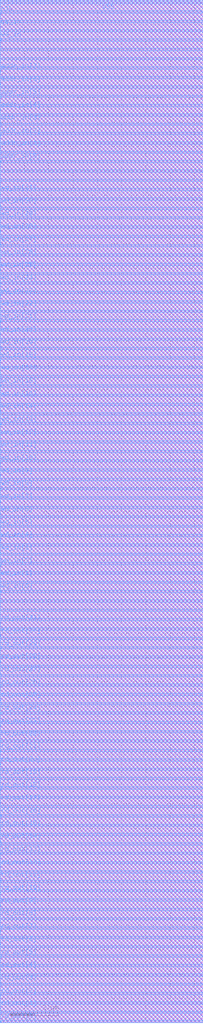
<source format=lef>
# Generated by FakeRAM 2.0
VERSION 5.7 ;
BUSBITCHARS "[]" ;
PROPERTYDEFINITIONS
  MACRO width INTEGER ;
  MACRO depth INTEGER ;
  MACRO banks INTEGER ;
END PROPERTYDEFINITIONS
MACRO fakeram7_256x32_bottom
  PROPERTY width 32 ;
  PROPERTY depth 256 ;
  PROPERTY banks 2 ;
  FOREIGN fakeram7_256x32_bottom 0 0 ;
  SYMMETRY X Y R90 ;
  SIZE 8.360 BY 42.000 ;
  CLASS BLOCK ;
  PIN rd_out[0]
    DIRECTION OUTPUT ;
    USE SIGNAL ;
    SHAPE ABUTMENT ;
    PORT
      LAYER M4 ;
      RECT 0.000 0.048 0.024 0.072 ;
    END
  END rd_out[0]
  PIN rd_out[1]
    DIRECTION OUTPUT ;
    USE SIGNAL ;
    SHAPE ABUTMENT ;
    PORT
      LAYER M4 ;
      RECT 0.000 0.576 0.024 0.600 ;
    END
  END rd_out[1]
  PIN rd_out[2]
    DIRECTION OUTPUT ;
    USE SIGNAL ;
    SHAPE ABUTMENT ;
    PORT
      LAYER M4 ;
      RECT 0.000 1.104 0.024 1.128 ;
    END
  END rd_out[2]
  PIN rd_out[3]
    DIRECTION OUTPUT ;
    USE SIGNAL ;
    SHAPE ABUTMENT ;
    PORT
      LAYER M4 ;
      RECT 0.000 1.632 0.024 1.656 ;
    END
  END rd_out[3]
  PIN rd_out[4]
    DIRECTION OUTPUT ;
    USE SIGNAL ;
    SHAPE ABUTMENT ;
    PORT
      LAYER M4 ;
      RECT 0.000 2.160 0.024 2.184 ;
    END
  END rd_out[4]
  PIN rd_out[5]
    DIRECTION OUTPUT ;
    USE SIGNAL ;
    SHAPE ABUTMENT ;
    PORT
      LAYER M4 ;
      RECT 0.000 2.688 0.024 2.712 ;
    END
  END rd_out[5]
  PIN rd_out[6]
    DIRECTION OUTPUT ;
    USE SIGNAL ;
    SHAPE ABUTMENT ;
    PORT
      LAYER M4 ;
      RECT 0.000 3.216 0.024 3.240 ;
    END
  END rd_out[6]
  PIN rd_out[7]
    DIRECTION OUTPUT ;
    USE SIGNAL ;
    SHAPE ABUTMENT ;
    PORT
      LAYER M4 ;
      RECT 0.000 3.744 0.024 3.768 ;
    END
  END rd_out[7]
  PIN rd_out[8]
    DIRECTION OUTPUT ;
    USE SIGNAL ;
    SHAPE ABUTMENT ;
    PORT
      LAYER M4 ;
      RECT 0.000 4.272 0.024 4.296 ;
    END
  END rd_out[8]
  PIN rd_out[9]
    DIRECTION OUTPUT ;
    USE SIGNAL ;
    SHAPE ABUTMENT ;
    PORT
      LAYER M4 ;
      RECT 0.000 4.800 0.024 4.824 ;
    END
  END rd_out[9]
  PIN rd_out[10]
    DIRECTION OUTPUT ;
    USE SIGNAL ;
    SHAPE ABUTMENT ;
    PORT
      LAYER M4 ;
      RECT 0.000 5.328 0.024 5.352 ;
    END
  END rd_out[10]
  PIN rd_out[11]
    DIRECTION OUTPUT ;
    USE SIGNAL ;
    SHAPE ABUTMENT ;
    PORT
      LAYER M4 ;
      RECT 0.000 5.856 0.024 5.880 ;
    END
  END rd_out[11]
  PIN rd_out[12]
    DIRECTION OUTPUT ;
    USE SIGNAL ;
    SHAPE ABUTMENT ;
    PORT
      LAYER M4 ;
      RECT 0.000 6.384 0.024 6.408 ;
    END
  END rd_out[12]
  PIN rd_out[13]
    DIRECTION OUTPUT ;
    USE SIGNAL ;
    SHAPE ABUTMENT ;
    PORT
      LAYER M4 ;
      RECT 0.000 6.912 0.024 6.936 ;
    END
  END rd_out[13]
  PIN rd_out[14]
    DIRECTION OUTPUT ;
    USE SIGNAL ;
    SHAPE ABUTMENT ;
    PORT
      LAYER M4 ;
      RECT 0.000 7.440 0.024 7.464 ;
    END
  END rd_out[14]
  PIN rd_out[15]
    DIRECTION OUTPUT ;
    USE SIGNAL ;
    SHAPE ABUTMENT ;
    PORT
      LAYER M4 ;
      RECT 0.000 7.968 0.024 7.992 ;
    END
  END rd_out[15]
  PIN rd_out[16]
    DIRECTION OUTPUT ;
    USE SIGNAL ;
    SHAPE ABUTMENT ;
    PORT
      LAYER M4 ;
      RECT 0.000 8.496 0.024 8.520 ;
    END
  END rd_out[16]
  PIN rd_out[17]
    DIRECTION OUTPUT ;
    USE SIGNAL ;
    SHAPE ABUTMENT ;
    PORT
      LAYER M4 ;
      RECT 0.000 9.024 0.024 9.048 ;
    END
  END rd_out[17]
  PIN rd_out[18]
    DIRECTION OUTPUT ;
    USE SIGNAL ;
    SHAPE ABUTMENT ;
    PORT
      LAYER M4 ;
      RECT 0.000 9.552 0.024 9.576 ;
    END
  END rd_out[18]
  PIN rd_out[19]
    DIRECTION OUTPUT ;
    USE SIGNAL ;
    SHAPE ABUTMENT ;
    PORT
      LAYER M4 ;
      RECT 0.000 10.080 0.024 10.104 ;
    END
  END rd_out[19]
  PIN rd_out[20]
    DIRECTION OUTPUT ;
    USE SIGNAL ;
    SHAPE ABUTMENT ;
    PORT
      LAYER M4 ;
      RECT 0.000 10.608 0.024 10.632 ;
    END
  END rd_out[20]
  PIN rd_out[21]
    DIRECTION OUTPUT ;
    USE SIGNAL ;
    SHAPE ABUTMENT ;
    PORT
      LAYER M4 ;
      RECT 0.000 11.136 0.024 11.160 ;
    END
  END rd_out[21]
  PIN rd_out[22]
    DIRECTION OUTPUT ;
    USE SIGNAL ;
    SHAPE ABUTMENT ;
    PORT
      LAYER M4 ;
      RECT 0.000 11.664 0.024 11.688 ;
    END
  END rd_out[22]
  PIN rd_out[23]
    DIRECTION OUTPUT ;
    USE SIGNAL ;
    SHAPE ABUTMENT ;
    PORT
      LAYER M4 ;
      RECT 0.000 12.192 0.024 12.216 ;
    END
  END rd_out[23]
  PIN rd_out[24]
    DIRECTION OUTPUT ;
    USE SIGNAL ;
    SHAPE ABUTMENT ;
    PORT
      LAYER M4 ;
      RECT 0.000 12.720 0.024 12.744 ;
    END
  END rd_out[24]
  PIN rd_out[25]
    DIRECTION OUTPUT ;
    USE SIGNAL ;
    SHAPE ABUTMENT ;
    PORT
      LAYER M4 ;
      RECT 0.000 13.248 0.024 13.272 ;
    END
  END rd_out[25]
  PIN rd_out[26]
    DIRECTION OUTPUT ;
    USE SIGNAL ;
    SHAPE ABUTMENT ;
    PORT
      LAYER M4 ;
      RECT 0.000 13.776 0.024 13.800 ;
    END
  END rd_out[26]
  PIN rd_out[27]
    DIRECTION OUTPUT ;
    USE SIGNAL ;
    SHAPE ABUTMENT ;
    PORT
      LAYER M4 ;
      RECT 0.000 14.304 0.024 14.328 ;
    END
  END rd_out[27]
  PIN rd_out[28]
    DIRECTION OUTPUT ;
    USE SIGNAL ;
    SHAPE ABUTMENT ;
    PORT
      LAYER M4 ;
      RECT 0.000 14.832 0.024 14.856 ;
    END
  END rd_out[28]
  PIN rd_out[29]
    DIRECTION OUTPUT ;
    USE SIGNAL ;
    SHAPE ABUTMENT ;
    PORT
      LAYER M4 ;
      RECT 0.000 15.360 0.024 15.384 ;
    END
  END rd_out[29]
  PIN rd_out[30]
    DIRECTION OUTPUT ;
    USE SIGNAL ;
    SHAPE ABUTMENT ;
    PORT
      LAYER M4 ;
      RECT 0.000 15.888 0.024 15.912 ;
    END
  END rd_out[30]
  PIN rd_out[31]
    DIRECTION OUTPUT ;
    USE SIGNAL ;
    SHAPE ABUTMENT ;
    PORT
      LAYER M4 ;
      RECT 0.000 16.416 0.024 16.440 ;
    END
  END rd_out[31]
  PIN wd_in[0]
    DIRECTION INPUT ;
    USE SIGNAL ;
    SHAPE ABUTMENT ;
    PORT
      LAYER M4 ;
      RECT 0.000 17.712 0.024 17.736 ;
    END
  END wd_in[0]
  PIN wd_in[1]
    DIRECTION INPUT ;
    USE SIGNAL ;
    SHAPE ABUTMENT ;
    PORT
      LAYER M4 ;
      RECT 0.000 18.240 0.024 18.264 ;
    END
  END wd_in[1]
  PIN wd_in[2]
    DIRECTION INPUT ;
    USE SIGNAL ;
    SHAPE ABUTMENT ;
    PORT
      LAYER M4 ;
      RECT 0.000 18.768 0.024 18.792 ;
    END
  END wd_in[2]
  PIN wd_in[3]
    DIRECTION INPUT ;
    USE SIGNAL ;
    SHAPE ABUTMENT ;
    PORT
      LAYER M4 ;
      RECT 0.000 19.296 0.024 19.320 ;
    END
  END wd_in[3]
  PIN wd_in[4]
    DIRECTION INPUT ;
    USE SIGNAL ;
    SHAPE ABUTMENT ;
    PORT
      LAYER M4 ;
      RECT 0.000 19.824 0.024 19.848 ;
    END
  END wd_in[4]
  PIN wd_in[5]
    DIRECTION INPUT ;
    USE SIGNAL ;
    SHAPE ABUTMENT ;
    PORT
      LAYER M4 ;
      RECT 0.000 20.352 0.024 20.376 ;
    END
  END wd_in[5]
  PIN wd_in[6]
    DIRECTION INPUT ;
    USE SIGNAL ;
    SHAPE ABUTMENT ;
    PORT
      LAYER M4 ;
      RECT 0.000 20.880 0.024 20.904 ;
    END
  END wd_in[6]
  PIN wd_in[7]
    DIRECTION INPUT ;
    USE SIGNAL ;
    SHAPE ABUTMENT ;
    PORT
      LAYER M4 ;
      RECT 0.000 21.408 0.024 21.432 ;
    END
  END wd_in[7]
  PIN wd_in[8]
    DIRECTION INPUT ;
    USE SIGNAL ;
    SHAPE ABUTMENT ;
    PORT
      LAYER M4 ;
      RECT 0.000 21.936 0.024 21.960 ;
    END
  END wd_in[8]
  PIN wd_in[9]
    DIRECTION INPUT ;
    USE SIGNAL ;
    SHAPE ABUTMENT ;
    PORT
      LAYER M4 ;
      RECT 0.000 22.464 0.024 22.488 ;
    END
  END wd_in[9]
  PIN wd_in[10]
    DIRECTION INPUT ;
    USE SIGNAL ;
    SHAPE ABUTMENT ;
    PORT
      LAYER M4 ;
      RECT 0.000 22.992 0.024 23.016 ;
    END
  END wd_in[10]
  PIN wd_in[11]
    DIRECTION INPUT ;
    USE SIGNAL ;
    SHAPE ABUTMENT ;
    PORT
      LAYER M4 ;
      RECT 0.000 23.520 0.024 23.544 ;
    END
  END wd_in[11]
  PIN wd_in[12]
    DIRECTION INPUT ;
    USE SIGNAL ;
    SHAPE ABUTMENT ;
    PORT
      LAYER M4 ;
      RECT 0.000 24.048 0.024 24.072 ;
    END
  END wd_in[12]
  PIN wd_in[13]
    DIRECTION INPUT ;
    USE SIGNAL ;
    SHAPE ABUTMENT ;
    PORT
      LAYER M4 ;
      RECT 0.000 24.576 0.024 24.600 ;
    END
  END wd_in[13]
  PIN wd_in[14]
    DIRECTION INPUT ;
    USE SIGNAL ;
    SHAPE ABUTMENT ;
    PORT
      LAYER M4 ;
      RECT 0.000 25.104 0.024 25.128 ;
    END
  END wd_in[14]
  PIN wd_in[15]
    DIRECTION INPUT ;
    USE SIGNAL ;
    SHAPE ABUTMENT ;
    PORT
      LAYER M4 ;
      RECT 0.000 25.632 0.024 25.656 ;
    END
  END wd_in[15]
  PIN wd_in[16]
    DIRECTION INPUT ;
    USE SIGNAL ;
    SHAPE ABUTMENT ;
    PORT
      LAYER M4 ;
      RECT 0.000 26.160 0.024 26.184 ;
    END
  END wd_in[16]
  PIN wd_in[17]
    DIRECTION INPUT ;
    USE SIGNAL ;
    SHAPE ABUTMENT ;
    PORT
      LAYER M4 ;
      RECT 0.000 26.688 0.024 26.712 ;
    END
  END wd_in[17]
  PIN wd_in[18]
    DIRECTION INPUT ;
    USE SIGNAL ;
    SHAPE ABUTMENT ;
    PORT
      LAYER M4 ;
      RECT 0.000 27.216 0.024 27.240 ;
    END
  END wd_in[18]
  PIN wd_in[19]
    DIRECTION INPUT ;
    USE SIGNAL ;
    SHAPE ABUTMENT ;
    PORT
      LAYER M4 ;
      RECT 0.000 27.744 0.024 27.768 ;
    END
  END wd_in[19]
  PIN wd_in[20]
    DIRECTION INPUT ;
    USE SIGNAL ;
    SHAPE ABUTMENT ;
    PORT
      LAYER M4 ;
      RECT 0.000 28.272 0.024 28.296 ;
    END
  END wd_in[20]
  PIN wd_in[21]
    DIRECTION INPUT ;
    USE SIGNAL ;
    SHAPE ABUTMENT ;
    PORT
      LAYER M4 ;
      RECT 0.000 28.800 0.024 28.824 ;
    END
  END wd_in[21]
  PIN wd_in[22]
    DIRECTION INPUT ;
    USE SIGNAL ;
    SHAPE ABUTMENT ;
    PORT
      LAYER M4 ;
      RECT 0.000 29.328 0.024 29.352 ;
    END
  END wd_in[22]
  PIN wd_in[23]
    DIRECTION INPUT ;
    USE SIGNAL ;
    SHAPE ABUTMENT ;
    PORT
      LAYER M4 ;
      RECT 0.000 29.856 0.024 29.880 ;
    END
  END wd_in[23]
  PIN wd_in[24]
    DIRECTION INPUT ;
    USE SIGNAL ;
    SHAPE ABUTMENT ;
    PORT
      LAYER M4 ;
      RECT 0.000 30.384 0.024 30.408 ;
    END
  END wd_in[24]
  PIN wd_in[25]
    DIRECTION INPUT ;
    USE SIGNAL ;
    SHAPE ABUTMENT ;
    PORT
      LAYER M4 ;
      RECT 0.000 30.912 0.024 30.936 ;
    END
  END wd_in[25]
  PIN wd_in[26]
    DIRECTION INPUT ;
    USE SIGNAL ;
    SHAPE ABUTMENT ;
    PORT
      LAYER M4 ;
      RECT 0.000 31.440 0.024 31.464 ;
    END
  END wd_in[26]
  PIN wd_in[27]
    DIRECTION INPUT ;
    USE SIGNAL ;
    SHAPE ABUTMENT ;
    PORT
      LAYER M4 ;
      RECT 0.000 31.968 0.024 31.992 ;
    END
  END wd_in[27]
  PIN wd_in[28]
    DIRECTION INPUT ;
    USE SIGNAL ;
    SHAPE ABUTMENT ;
    PORT
      LAYER M4 ;
      RECT 0.000 32.496 0.024 32.520 ;
    END
  END wd_in[28]
  PIN wd_in[29]
    DIRECTION INPUT ;
    USE SIGNAL ;
    SHAPE ABUTMENT ;
    PORT
      LAYER M4 ;
      RECT 0.000 33.024 0.024 33.048 ;
    END
  END wd_in[29]
  PIN wd_in[30]
    DIRECTION INPUT ;
    USE SIGNAL ;
    SHAPE ABUTMENT ;
    PORT
      LAYER M4 ;
      RECT 0.000 33.552 0.024 33.576 ;
    END
  END wd_in[30]
  PIN wd_in[31]
    DIRECTION INPUT ;
    USE SIGNAL ;
    SHAPE ABUTMENT ;
    PORT
      LAYER M4 ;
      RECT 0.000 34.080 0.024 34.104 ;
    END
  END wd_in[31]
  PIN addr_in[0]
    DIRECTION INPUT ;
    USE SIGNAL ;
    SHAPE ABUTMENT ;
    PORT
      LAYER M4 ;
      RECT 0.000 35.376 0.024 35.400 ;
    END
  END addr_in[0]
  PIN addr_in[1]
    DIRECTION INPUT ;
    USE SIGNAL ;
    SHAPE ABUTMENT ;
    PORT
      LAYER M4 ;
      RECT 0.000 35.904 0.024 35.928 ;
    END
  END addr_in[1]
  PIN addr_in[2]
    DIRECTION INPUT ;
    USE SIGNAL ;
    SHAPE ABUTMENT ;
    PORT
      LAYER M4 ;
      RECT 0.000 36.432 0.024 36.456 ;
    END
  END addr_in[2]
  PIN addr_in[3]
    DIRECTION INPUT ;
    USE SIGNAL ;
    SHAPE ABUTMENT ;
    PORT
      LAYER M4 ;
      RECT 0.000 36.960 0.024 36.984 ;
    END
  END addr_in[3]
  PIN addr_in[4]
    DIRECTION INPUT ;
    USE SIGNAL ;
    SHAPE ABUTMENT ;
    PORT
      LAYER M4 ;
      RECT 0.000 37.488 0.024 37.512 ;
    END
  END addr_in[4]
  PIN addr_in[5]
    DIRECTION INPUT ;
    USE SIGNAL ;
    SHAPE ABUTMENT ;
    PORT
      LAYER M4 ;
      RECT 0.000 38.016 0.024 38.040 ;
    END
  END addr_in[5]
  PIN addr_in[6]
    DIRECTION INPUT ;
    USE SIGNAL ;
    SHAPE ABUTMENT ;
    PORT
      LAYER M4 ;
      RECT 0.000 38.544 0.024 38.568 ;
    END
  END addr_in[6]
  PIN addr_in[7]
    DIRECTION INPUT ;
    USE SIGNAL ;
    SHAPE ABUTMENT ;
    PORT
      LAYER M4 ;
      RECT 0.000 39.072 0.024 39.096 ;
    END
  END addr_in[7]
  PIN we_in
    DIRECTION INPUT ;
    USE SIGNAL ;
    SHAPE ABUTMENT ;
    PORT
      LAYER M4 ;
      RECT 0.000 40.368 0.024 40.392 ;
    END
  END we_in
  PIN ce_in
    DIRECTION INPUT ;
    USE SIGNAL ;
    SHAPE ABUTMENT ;
    PORT
      LAYER M4 ;
      RECT 0.000 40.896 0.024 40.920 ;
    END
  END ce_in
  PIN clk
    DIRECTION INPUT ;
    USE SIGNAL ;
    SHAPE ABUTMENT ;
    PORT
      LAYER M4 ;
      RECT 0.000 41.424 0.024 41.448 ;
    END
  END clk
  PIN VSS
    DIRECTION INOUT ;
    USE GROUND ;
    PORT
      LAYER M4 ;
      RECT 0.048 0.000 8.312 0.096 ;
      RECT 0.048 0.768 8.312 0.864 ;
      RECT 0.048 1.536 8.312 1.632 ;
      RECT 0.048 2.304 8.312 2.400 ;
      RECT 0.048 3.072 8.312 3.168 ;
      RECT 0.048 3.840 8.312 3.936 ;
      RECT 0.048 4.608 8.312 4.704 ;
      RECT 0.048 5.376 8.312 5.472 ;
      RECT 0.048 6.144 8.312 6.240 ;
      RECT 0.048 6.912 8.312 7.008 ;
      RECT 0.048 7.680 8.312 7.776 ;
      RECT 0.048 8.448 8.312 8.544 ;
      RECT 0.048 9.216 8.312 9.312 ;
      RECT 0.048 9.984 8.312 10.080 ;
      RECT 0.048 10.752 8.312 10.848 ;
      RECT 0.048 11.520 8.312 11.616 ;
      RECT 0.048 12.288 8.312 12.384 ;
      RECT 0.048 13.056 8.312 13.152 ;
      RECT 0.048 13.824 8.312 13.920 ;
      RECT 0.048 14.592 8.312 14.688 ;
      RECT 0.048 15.360 8.312 15.456 ;
      RECT 0.048 16.128 8.312 16.224 ;
      RECT 0.048 16.896 8.312 16.992 ;
      RECT 0.048 17.664 8.312 17.760 ;
      RECT 0.048 18.432 8.312 18.528 ;
      RECT 0.048 19.200 8.312 19.296 ;
      RECT 0.048 19.968 8.312 20.064 ;
      RECT 0.048 20.736 8.312 20.832 ;
      RECT 0.048 21.504 8.312 21.600 ;
      RECT 0.048 22.272 8.312 22.368 ;
      RECT 0.048 23.040 8.312 23.136 ;
      RECT 0.048 23.808 8.312 23.904 ;
      RECT 0.048 24.576 8.312 24.672 ;
      RECT 0.048 25.344 8.312 25.440 ;
      RECT 0.048 26.112 8.312 26.208 ;
      RECT 0.048 26.880 8.312 26.976 ;
      RECT 0.048 27.648 8.312 27.744 ;
      RECT 0.048 28.416 8.312 28.512 ;
      RECT 0.048 29.184 8.312 29.280 ;
      RECT 0.048 29.952 8.312 30.048 ;
      RECT 0.048 30.720 8.312 30.816 ;
      RECT 0.048 31.488 8.312 31.584 ;
      RECT 0.048 32.256 8.312 32.352 ;
      RECT 0.048 33.024 8.312 33.120 ;
      RECT 0.048 33.792 8.312 33.888 ;
      RECT 0.048 34.560 8.312 34.656 ;
      RECT 0.048 35.328 8.312 35.424 ;
      RECT 0.048 36.096 8.312 36.192 ;
      RECT 0.048 36.864 8.312 36.960 ;
      RECT 0.048 37.632 8.312 37.728 ;
      RECT 0.048 38.400 8.312 38.496 ;
      RECT 0.048 39.168 8.312 39.264 ;
      RECT 0.048 39.936 8.312 40.032 ;
      RECT 0.048 40.704 8.312 40.800 ;
      RECT 0.048 41.472 8.312 41.568 ;
    END
  END VSS
  PIN VDD
    DIRECTION INOUT ;
    USE POWER ;
    PORT
      LAYER M4 ;
      RECT 0.048 0.384 8.312 0.480 ;
      RECT 0.048 1.152 8.312 1.248 ;
      RECT 0.048 1.920 8.312 2.016 ;
      RECT 0.048 2.688 8.312 2.784 ;
      RECT 0.048 3.456 8.312 3.552 ;
      RECT 0.048 4.224 8.312 4.320 ;
      RECT 0.048 4.992 8.312 5.088 ;
      RECT 0.048 5.760 8.312 5.856 ;
      RECT 0.048 6.528 8.312 6.624 ;
      RECT 0.048 7.296 8.312 7.392 ;
      RECT 0.048 8.064 8.312 8.160 ;
      RECT 0.048 8.832 8.312 8.928 ;
      RECT 0.048 9.600 8.312 9.696 ;
      RECT 0.048 10.368 8.312 10.464 ;
      RECT 0.048 11.136 8.312 11.232 ;
      RECT 0.048 11.904 8.312 12.000 ;
      RECT 0.048 12.672 8.312 12.768 ;
      RECT 0.048 13.440 8.312 13.536 ;
      RECT 0.048 14.208 8.312 14.304 ;
      RECT 0.048 14.976 8.312 15.072 ;
      RECT 0.048 15.744 8.312 15.840 ;
      RECT 0.048 16.512 8.312 16.608 ;
      RECT 0.048 17.280 8.312 17.376 ;
      RECT 0.048 18.048 8.312 18.144 ;
      RECT 0.048 18.816 8.312 18.912 ;
      RECT 0.048 19.584 8.312 19.680 ;
      RECT 0.048 20.352 8.312 20.448 ;
      RECT 0.048 21.120 8.312 21.216 ;
      RECT 0.048 21.888 8.312 21.984 ;
      RECT 0.048 22.656 8.312 22.752 ;
      RECT 0.048 23.424 8.312 23.520 ;
      RECT 0.048 24.192 8.312 24.288 ;
      RECT 0.048 24.960 8.312 25.056 ;
      RECT 0.048 25.728 8.312 25.824 ;
      RECT 0.048 26.496 8.312 26.592 ;
      RECT 0.048 27.264 8.312 27.360 ;
      RECT 0.048 28.032 8.312 28.128 ;
      RECT 0.048 28.800 8.312 28.896 ;
      RECT 0.048 29.568 8.312 29.664 ;
      RECT 0.048 30.336 8.312 30.432 ;
      RECT 0.048 31.104 8.312 31.200 ;
      RECT 0.048 31.872 8.312 31.968 ;
      RECT 0.048 32.640 8.312 32.736 ;
      RECT 0.048 33.408 8.312 33.504 ;
      RECT 0.048 34.176 8.312 34.272 ;
      RECT 0.048 34.944 8.312 35.040 ;
      RECT 0.048 35.712 8.312 35.808 ;
      RECT 0.048 36.480 8.312 36.576 ;
      RECT 0.048 37.248 8.312 37.344 ;
      RECT 0.048 38.016 8.312 38.112 ;
      RECT 0.048 38.784 8.312 38.880 ;
      RECT 0.048 39.552 8.312 39.648 ;
      RECT 0.048 40.320 8.312 40.416 ;
      RECT 0.048 41.088 8.312 41.184 ;
      RECT 0.048 41.856 8.312 41.952 ;
    END
  END VDD
  OBS
    LAYER M1 ;
    RECT 0 0 8.360 42.000 ;
    LAYER M2 ;
    RECT 0 0 8.360 42.000 ;
    LAYER M3 ;
    RECT 0 0 8.360 42.000 ;
    LAYER M4 ;
    RECT 0 0 8.360 42.000 ;
  END
END fakeram7_256x32_bottom

END LIBRARY

</source>
